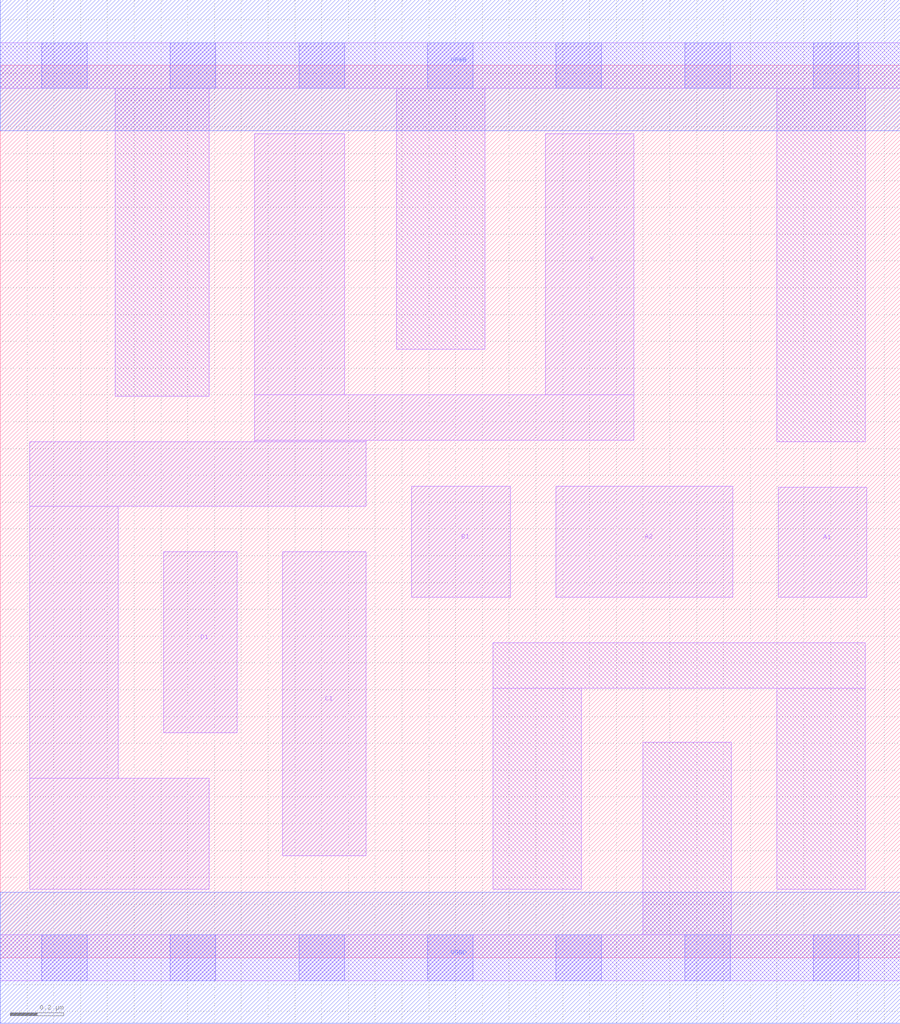
<source format=lef>
# Copyright 2020 The SkyWater PDK Authors
#
# Licensed under the Apache License, Version 2.0 (the "License");
# you may not use this file except in compliance with the License.
# You may obtain a copy of the License at
#
#     https://www.apache.org/licenses/LICENSE-2.0
#
# Unless required by applicable law or agreed to in writing, software
# distributed under the License is distributed on an "AS IS" BASIS,
# WITHOUT WARRANTIES OR CONDITIONS OF ANY KIND, either express or implied.
# See the License for the specific language governing permissions and
# limitations under the License.
#
# SPDX-License-Identifier: Apache-2.0

VERSION 5.7 ;
  NOWIREEXTENSIONATPIN ON ;
  DIVIDERCHAR "/" ;
  BUSBITCHARS "[]" ;
UNITS
  DATABASE MICRONS 200 ;
END UNITS
MACRO sky130_fd_sc_lp__o2111ai_1
  CLASS CORE ;
  FOREIGN sky130_fd_sc_lp__o2111ai_1 ;
  ORIGIN  0.000000  0.000000 ;
  SIZE  3.360000 BY  3.330000 ;
  SYMMETRY X Y R90 ;
  SITE unit ;
  PIN A1
    ANTENNAGATEAREA  0.315000 ;
    DIRECTION INPUT ;
    USE SIGNAL ;
    PORT
      LAYER li1 ;
        RECT 2.905000 1.345000 3.235000 1.755000 ;
    END
  END A1
  PIN A2
    ANTENNAGATEAREA  0.315000 ;
    DIRECTION INPUT ;
    USE SIGNAL ;
    PORT
      LAYER li1 ;
        RECT 2.075000 1.345000 2.735000 1.760000 ;
    END
  END A2
  PIN B1
    ANTENNAGATEAREA  0.315000 ;
    DIRECTION INPUT ;
    USE SIGNAL ;
    PORT
      LAYER li1 ;
        RECT 1.535000 1.345000 1.905000 1.760000 ;
    END
  END B1
  PIN C1
    ANTENNAGATEAREA  0.315000 ;
    DIRECTION INPUT ;
    USE SIGNAL ;
    PORT
      LAYER li1 ;
        RECT 1.055000 0.380000 1.365000 1.515000 ;
    END
  END C1
  PIN D1
    ANTENNAGATEAREA  0.315000 ;
    DIRECTION INPUT ;
    USE SIGNAL ;
    PORT
      LAYER li1 ;
        RECT 0.610000 0.840000 0.885000 1.515000 ;
    END
  END D1
  PIN Y
    ANTENNADIFFAREA  1.528800 ;
    DIRECTION OUTPUT ;
    USE SIGNAL ;
    PORT
      LAYER li1 ;
        RECT 0.110000 0.255000 0.780000 0.670000 ;
        RECT 0.110000 0.670000 0.440000 1.685000 ;
        RECT 0.110000 1.685000 1.365000 1.925000 ;
        RECT 0.950000 1.925000 1.365000 1.930000 ;
        RECT 0.950000 1.930000 2.365000 2.100000 ;
        RECT 0.950000 2.100000 1.285000 3.075000 ;
        RECT 2.035000 2.100000 2.365000 3.075000 ;
    END
  END Y
  PIN VGND
    DIRECTION INOUT ;
    USE GROUND ;
    PORT
      LAYER met1 ;
        RECT 0.000000 -0.245000 3.360000 0.245000 ;
    END
  END VGND
  PIN VPWR
    DIRECTION INOUT ;
    USE POWER ;
    PORT
      LAYER met1 ;
        RECT 0.000000 3.085000 3.360000 3.575000 ;
    END
  END VPWR
  OBS
    LAYER li1 ;
      RECT 0.000000 -0.085000 3.360000 0.085000 ;
      RECT 0.000000  3.245000 3.360000 3.415000 ;
      RECT 0.430000  2.095000 0.780000 3.245000 ;
      RECT 1.480000  2.270000 1.810000 3.245000 ;
      RECT 1.840000  0.255000 2.170000 1.005000 ;
      RECT 1.840000  1.005000 3.230000 1.175000 ;
      RECT 2.400000  0.085000 2.730000 0.805000 ;
      RECT 2.900000  0.255000 3.230000 1.005000 ;
      RECT 2.900000  1.925000 3.230000 3.245000 ;
    LAYER mcon ;
      RECT 0.155000 -0.085000 0.325000 0.085000 ;
      RECT 0.155000  3.245000 0.325000 3.415000 ;
      RECT 0.635000 -0.085000 0.805000 0.085000 ;
      RECT 0.635000  3.245000 0.805000 3.415000 ;
      RECT 1.115000 -0.085000 1.285000 0.085000 ;
      RECT 1.115000  3.245000 1.285000 3.415000 ;
      RECT 1.595000 -0.085000 1.765000 0.085000 ;
      RECT 1.595000  3.245000 1.765000 3.415000 ;
      RECT 2.075000 -0.085000 2.245000 0.085000 ;
      RECT 2.075000  3.245000 2.245000 3.415000 ;
      RECT 2.555000 -0.085000 2.725000 0.085000 ;
      RECT 2.555000  3.245000 2.725000 3.415000 ;
      RECT 3.035000 -0.085000 3.205000 0.085000 ;
      RECT 3.035000  3.245000 3.205000 3.415000 ;
  END
END sky130_fd_sc_lp__o2111ai_1
END LIBRARY

</source>
